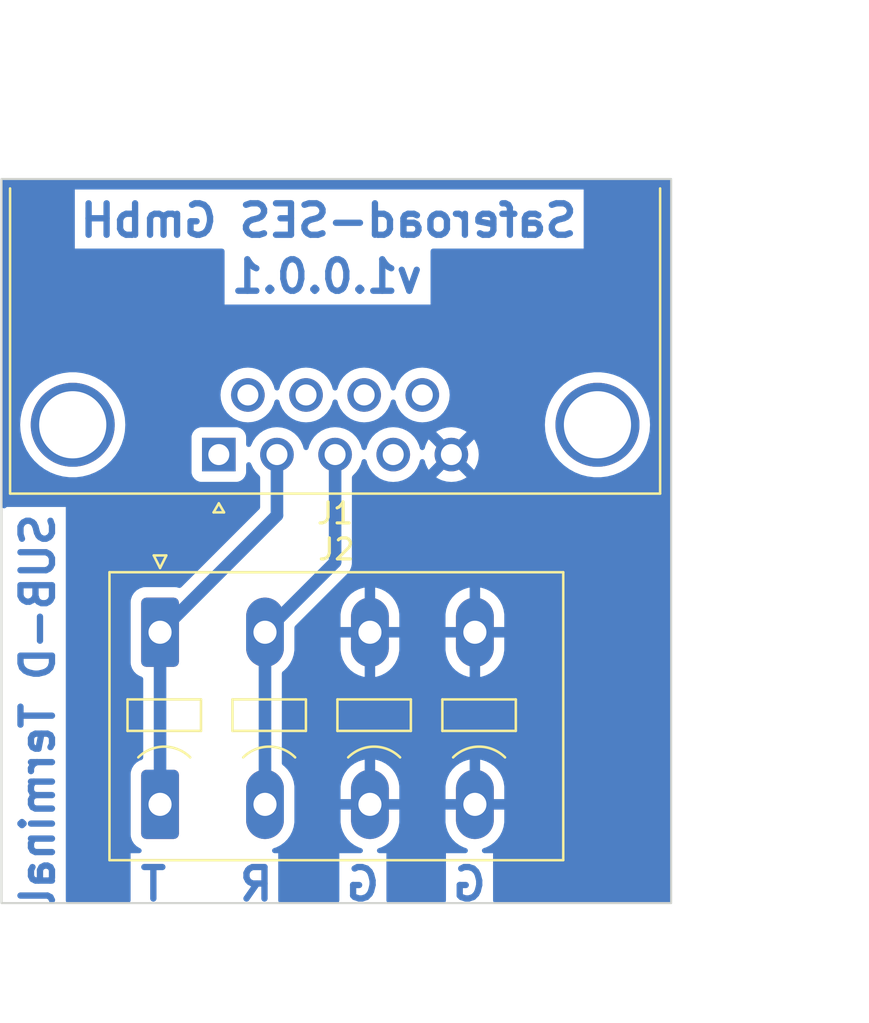
<source format=kicad_pcb>
(kicad_pcb (version 20240108) (generator "pcbnew") (generator_version "8.0")
  (layers (0 "F.Cu" signal) (31 "B.Cu" signal) (34 "B.Paste" user) (35 "F.Paste" user) (36 "B.SilkS" user "B.Silkscreen") (37 "F.SilkS" user "F.Silkscreen") (38 "B.Mask" user) (39 "F.Mask" user) (44 "Edge.Cuts" user))
  (net 0 "")
  (net 2 "Net-(J1-Pin_2)")
  (net 3 "Net-(J1-Pin_3)")
  (net 5 "GND")
  (footprint "Connector_Phoenix_SPT:PhoenixContact_SPT_2.5_4-V-5.0-EX_1x04_P5.0mm_Vertical" (layer "F.Cu") (at 101.15 93.795331)
    (property "Reference" "J2" (at 8.4 -3.95 0) (layer "F.SilkS"))
    (property "Value" "TE-Connectivity")
    (fp_line (start -2.41 -2.86) (end 19.21 -2.86) (stroke (width 0.12)) (layer "F.SilkS"))
    (fp_line (start -2.41 10.86) (end -2.41 -2.86) (stroke (width 0.12)) (layer "F.SilkS"))
    (fp_line (start -1.55 3.2) (end -1.55 4.7) (stroke (width 0.12)) (layer "F.SilkS"))
    (fp_line (start -1.55 4.7) (end 1.95 4.7) (stroke (width 0.12)) (layer "F.SilkS"))
    (fp_line (start -0.3 -3.66) (end 0 -3.06) (stroke (width 0.12)) (layer "F.SilkS"))
    (fp_line (start -0.3 -3.66) (end 0.3 -3.66) (stroke (width 0.12)) (layer "F.SilkS"))
    (fp_line (start 0.3 -3.66) (end 0 -3.06) (stroke (width 0.12)) (layer "F.SilkS"))
    (fp_line (start 1.95 3.2) (end -1.55 3.2) (stroke (width 0.12)) (layer "F.SilkS"))
    (fp_line (start 1.95 4.7) (end 1.95 3.2) (stroke (width 0.12)) (layer "F.SilkS"))
    (fp_line (start 3.45 3.2) (end 3.45 4.7) (stroke (width 0.12)) (layer "F.SilkS"))
    (fp_line (start 3.45 4.7) (end 6.95 4.7) (stroke (width 0.12)) (layer "F.SilkS"))
    (fp_line (start 6.95 3.2) (end 3.45 3.2) (stroke (width 0.12)) (layer "F.SilkS"))
    (fp_line (start 6.95 4.7) (end 6.95 3.2) (stroke (width 0.12)) (layer "F.SilkS"))
    (fp_line (start 8.45 3.2) (end 8.45 4.7) (stroke (width 0.12)) (layer "F.SilkS"))
    (fp_line (start 8.45 4.7) (end 11.95 4.7) (stroke (width 0.12)) (layer "F.SilkS"))
    (fp_line (start 11.95 3.2) (end 8.45 3.2) (stroke (width 0.12)) (layer "F.SilkS"))
    (fp_line (start 11.95 4.7) (end 11.95 3.2) (stroke (width 0.12)) (layer "F.SilkS"))
    (fp_line (start 13.45 3.2) (end 13.45 4.7) (stroke (width 0.12)) (layer "F.SilkS"))
    (fp_line (start 13.45 4.7) (end 16.95 4.7) (stroke (width 0.12)) (layer "F.SilkS"))
    (fp_line (start 16.95 3.2) (end 13.45 3.2) (stroke (width 0.12)) (layer "F.SilkS"))
    (fp_line (start 16.95 4.7) (end 16.95 3.2) (stroke (width 0.12)) (layer "F.SilkS"))
    (fp_line (start 19.21 -2.86) (end 19.21 10.86) (stroke (width 0.12)) (layer "F.SilkS"))
    (fp_line (start 19.21 10.86) (end -2.41 10.86) (stroke (width 0.12)) (layer "F.SilkS"))
    (fp_arc (start -1.037437 5.962563) (mid 0.2 5.45) (end 1.437437 5.962563) (stroke (width 0.12)) (layer "F.SilkS"))
    (fp_arc (start 3.962563 5.962563) (mid 5.2 5.45) (end 6.437437 5.962563) (stroke (width 0.12)) (layer "F.SilkS"))
    (fp_arc (start 8.962563 5.962563) (mid 10.2 5.45) (end 11.437437 5.962563) (stroke (width 0.12)) (layer "F.SilkS"))
    (fp_arc (start 13.962563 5.962563) (mid 15.2 5.45) (end 16.437437 5.962563) (stroke (width 0.12)) (layer "F.SilkS"))
    (pad "1" thru_hole roundrect (at 0 0) (size 1.8 3.3) (drill 1.1) (layers "*.Cu" "*.Mask") (roundrect_rratio 0.1388888889) (net 2 "Net-(J1-Pin_2)"))
    (pad "1" thru_hole roundrect (at 0 8.2) (size 1.8 3.3) (drill 1.1) (layers "*.Cu" "*.Mask") (roundrect_rratio 0.1388888889) (net 2 "Net-(J1-Pin_2)"))
    (pad "2" thru_hole oval (at 5 0) (size 1.8 3.3) (drill 1.1) (layers "*.Cu" "*.Mask") (net 3 "Net-(J1-Pin_3)"))
    (pad "2" thru_hole oval (at 5 8.2) (size 1.8 3.3) (drill 1.1) (layers "*.Cu" "*.Mask") (net 3 "Net-(J1-Pin_3)"))
    (pad "3" thru_hole oval (at 10 0) (size 1.8 3.3) (drill 1.1) (layers "*.Cu" "*.Mask") (net 5 "GND"))
    (pad "3" thru_hole oval (at 10 8.2) (size 1.8 3.3) (drill 1.1) (layers "*.Cu" "*.Mask") (net 5 "GND"))
    (pad "4" thru_hole oval (at 15 0) (size 1.8 3.3) (drill 1.1) (layers "*.Cu" "*.Mask") (net 5 "GND"))
    (pad "4" thru_hole oval (at 15 8.2) (size 1.8 3.3) (drill 1.1) (layers "*.Cu" "*.Mask") (net 5 "GND"))
  )
  (footprint "Connector_Dsub:DSUB-9_Female_Horizontal_P2.77x2.84mm_EdgePinOffset9.90mm_Housed_MountingHolesOffset11.32mm" (layer "F.Cu") (at 103.95 85.330331 180)
    (property "Reference" "J1" (at -5.54 -2.8 180) (layer "F.SilkS"))
    (property "Value" "Amphenol")
    (fp_line (start 9.945 -1.86) (end 9.945 12.68) (stroke (width 0.12)) (layer "F.SilkS"))
    (fp_line (start 0.25 -2.754338) (end 0 -2.321325) (stroke (width 0.12)) (layer "F.SilkS"))
    (fp_line (start 0 -2.321325) (end -0.25 -2.754338) (stroke (width 0.12)) (layer "F.SilkS"))
    (fp_line (start -0.25 -2.754338) (end 0.25 -2.754338) (stroke (width 0.12)) (layer "F.SilkS"))
    (fp_line (start -21.025 12.68) (end -21.025 -1.86) (stroke (width 0.12)) (layer "F.SilkS"))
    (fp_line (start -21.025 -1.86) (end 9.945 -1.86) (stroke (width 0.12)) (layer "F.SilkS"))
    (pad "0" thru_hole circle (at -18.04 1.42 180) (size 4 4) (drill 3.2) (layers "*.Cu" "*.Mask"))
    (pad "0" thru_hole circle (at 6.96 1.42 180) (size 4 4) (drill 3.2) (layers "*.Cu" "*.Mask"))
    (pad "1" thru_hole rect (at 0 0 180) (size 1.6 1.6) (drill 1) (layers "*.Cu" "*.Mask"))
    (pad "2" thru_hole circle (at -2.77 0 180) (size 1.6 1.6) (drill 1) (layers "*.Cu" "*.Mask") (net 2 "Net-(J1-Pin_2)"))
    (pad "3" thru_hole circle (at -5.54 0 180) (size 1.6 1.6) (drill 1) (layers "*.Cu" "*.Mask") (net 3 "Net-(J1-Pin_3)"))
    (pad "4" thru_hole circle (at -8.31 0 180) (size 1.6 1.6) (drill 1) (layers "*.Cu" "*.Mask"))
    (pad "5" thru_hole circle (at -11.08 0 180) (size 1.6 1.6) (drill 1) (layers "*.Cu" "*.Mask") (net 5 "GND"))
    (pad "6" thru_hole circle (at -1.385 2.84 180) (size 1.6 1.6) (drill 1) (layers "*.Cu" "*.Mask"))
    (pad "7" thru_hole circle (at -4.155 2.84 180) (size 1.6 1.6) (drill 1) (layers "*.Cu" "*.Mask"))
    (pad "8" thru_hole circle (at -6.925 2.84 180) (size 1.6 1.6) (drill 1) (layers "*.Cu" "*.Mask"))
    (pad "9" thru_hole circle (at -9.695 2.84 180) (size 1.6 1.6) (drill 1) (layers "*.Cu" "*.Mask"))
  )
  (gr_rect (start 93.6 72.2) (end 125.5 106.7) (stroke (width 0.1)) (fill none) (layer "Edge.Cuts"))
  (gr_text "T" (at 101.6 106.68 0) (layer "B.Cu") (effects (font (size 1.5 1.5) (thickness 0.3) (bold yes)) (justify left bottom mirror)))
  (gr_text "G" (at 111.76 106.68 0) (layer "B.Cu") (effects (font (size 1.5 1.5) (thickness 0.3) (bold yes)) (justify left bottom mirror)))
  (gr_text "G" (at 116.84 106.68 0) (layer "B.Cu") (effects (font (size 1.5 1.5) (thickness 0.3) (bold yes)) (justify left bottom mirror)))
  (gr_text "SUB-D Terminal" (at 96.2 88 90) (layer "B.Cu") (effects (font (size 1.5 1.5) (thickness 0.3) (bold yes)) (justify left bottom mirror)))
  (gr_text "R" (at 106.68 106.68 0) (layer "B.Cu") (effects (font (size 1.5 1.5) (thickness 0.3) (bold yes)) (justify left bottom mirror)))
  (gr_text "v1.0.0.1" (at 113.792 77.724 0) (layer "B.Cu") (effects (font (size 1.5 1.5) (thickness 0.3) (bold yes)) (justify left bottom mirror)))
  (gr_text "Saferoad-SES GmbH" (at 121.158 75.057 0) (layer "B.Cu") (effects (font (size 1.5 1.5) (thickness 0.3) (bold yes)) (justify left bottom mirror)))
  (segment (start 101.15 101.995331) (end 101.15 93.795331) (width 0.6) (layer "B.Cu") (net 2))
  (segment (start 106.72 85.330331) (end 106.72 88.225331) (width 0.6) (layer "B.Cu") (net 2))
  (segment (start 106.72 88.225331) (end 101.15 93.795331) (width 0.6) (layer "B.Cu") (net 2))
  (segment (start 109.49 90.455331) (end 106.15 93.795331) (width 0.6) (layer "B.Cu") (net 3))
  (segment (start 106.15 101.995331) (end 106.15 93.795331) (width 0.6) (layer "B.Cu") (net 3))
  (segment (start 109.49 85.330331) (end 109.49 90.455331) (width 0.6) (layer "B.Cu") (net 3))
  (zone (net 5) (net_name "GND") (layer "B.Cu") (connect_pads (clearance 0.5)) (min_thickness 0.25) (fill yes (thermal_gap 0.5) (thermal_bridge_width 0.5))
    (polygon (pts (xy 93.6 72.2) (xy 125.5 72.2) (xy 125.5 106.7) (xy 93.6 106.7)))
  )
)
</source>
